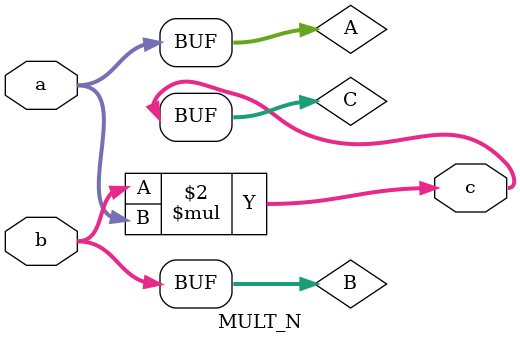
<source format=v>
`timescale 1ns / 1ns


module MULT_N
#(
    parameter DATA_WIDTH = 8
)
(
    input [DATA_WIDTH - 1 : 0] a,
    input [DATA_WIDTH - 1 : 0] b,
    output [DATA_WIDTH * 2 - 1 : 0] c
);
    
wire signed [DATA_WIDTH - 1:0] A;
wire signed [DATA_WIDTH - 1:0] B;
reg signed [DATA_WIDTH * 2 - 1:0] C;

assign A = a;
assign B = b;
assign c = C;


always@(*)begin
    C <= B * A;
end
    
endmodule

</source>
